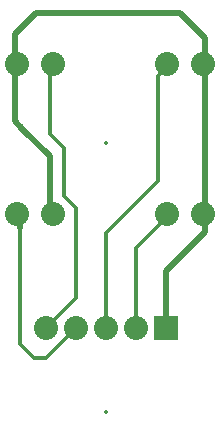
<source format=gtl>
%TF.GenerationSoftware,KiCad,Pcbnew,4.0.7-e2-6376~58~ubuntu16.04.1*%
%TF.CreationDate,2018-02-09T13:49:53-08:00*%
%TF.ProjectId,LDR-Board,4C44522D426F6172642E6B696361645F,v1.3*%
%TF.FileFunction,Copper,L1,Top,Signal*%
%FSLAX46Y46*%
G04 Gerber Fmt 4.6, Leading zero omitted, Abs format (unit mm)*
G04 Created by KiCad (PCBNEW 4.0.7-e2-6376~58~ubuntu16.04.1) date Fri Feb  9 13:49:53 2018*
%MOMM*%
%LPD*%
G01*
G04 APERTURE LIST*
%ADD10C,0.350000*%
%ADD11C,2.032000*%
%ADD12O,2.032000X2.032000*%
%ADD13R,2.032000X2.032000*%
%ADD14C,0.508000*%
%ADD15C,0.330200*%
%ADD16C,0.350000*%
G04 APERTURE END LIST*
D10*
D11*
X27224981Y-58465073D03*
D12*
X24224981Y-58465073D03*
D11*
X14524981Y-71165073D03*
D12*
X11524981Y-71165073D03*
D11*
X27224981Y-71165073D03*
D12*
X24224981Y-71165073D03*
D11*
X11524981Y-58465073D03*
D12*
X14524981Y-58465073D03*
D13*
X24130000Y-80772000D03*
D12*
X21590000Y-80772000D03*
X19050000Y-80772000D03*
X16510000Y-80772000D03*
X13970000Y-80772000D03*
D14*
X26720800Y-73355200D02*
X26994981Y-73081019D01*
X24130000Y-75946000D02*
X26720800Y-73355200D01*
X26720800Y-73355200D02*
X27424981Y-72651019D01*
X27424981Y-72651019D02*
X27424981Y-71165073D01*
X27424981Y-71165073D02*
X27424981Y-69728233D01*
X27424981Y-69728233D02*
X27424981Y-58465073D01*
X11324981Y-58465073D02*
X11324981Y-55858019D01*
X11324981Y-55858019D02*
X13081000Y-54102000D01*
X13081000Y-54102000D02*
X25273000Y-54102000D01*
X25273000Y-54102000D02*
X27424981Y-56253981D01*
X27424981Y-56253981D02*
X27424981Y-58465073D01*
X11963400Y-63906400D02*
X14294981Y-66237981D01*
X11754981Y-63697981D02*
X11963400Y-63906400D01*
X11963400Y-63906400D02*
X11324981Y-63267981D01*
X11324981Y-63267981D02*
X11324981Y-58465073D01*
X24130000Y-80772000D02*
X24130000Y-75946000D01*
X14294981Y-66237981D02*
X14294981Y-71165073D01*
D15*
X24454981Y-71165073D02*
X21590000Y-74030054D01*
X21590000Y-74030054D02*
X21590000Y-80772000D01*
X24454981Y-58465073D02*
X23438982Y-59481072D01*
X23438982Y-59481072D02*
X23438982Y-68382018D01*
X23438982Y-68382018D02*
X19050000Y-72771000D01*
X19050000Y-72771000D02*
X19050000Y-80772000D01*
X11754981Y-72339200D02*
X11754981Y-71165073D01*
X11754981Y-82112981D02*
X11754981Y-72339200D01*
D14*
X11754981Y-72339200D02*
X11754981Y-71595073D01*
X11754981Y-71595073D02*
X11324981Y-71165073D01*
D15*
X12954000Y-83312000D02*
X13970000Y-83312000D01*
X13970000Y-83312000D02*
X16510000Y-80772000D01*
X12954000Y-83312000D02*
X11754981Y-82112981D01*
X14294981Y-58465073D02*
X14294981Y-64332981D01*
X15494000Y-65532000D02*
X15494000Y-69596000D01*
X16510000Y-78232000D02*
X13970000Y-80772000D01*
X14294981Y-64332981D02*
X15494000Y-65532000D01*
X15494000Y-69596000D02*
X16510000Y-70612000D01*
X16510000Y-70612000D02*
X16510000Y-78232000D01*
D16*
X27224981Y-58465073D03*
X24224981Y-58465073D03*
X14524981Y-71165073D03*
X11524981Y-71165073D03*
X27224981Y-71165073D03*
X24224981Y-71165073D03*
X11524981Y-58465073D03*
X14524981Y-58465073D03*
X19050000Y-87884000D03*
X24130000Y-80772000D03*
X21590000Y-80772000D03*
X19050000Y-80772000D03*
X16510000Y-80772000D03*
X13970000Y-80772000D03*
X19050000Y-65151000D03*
M02*

</source>
